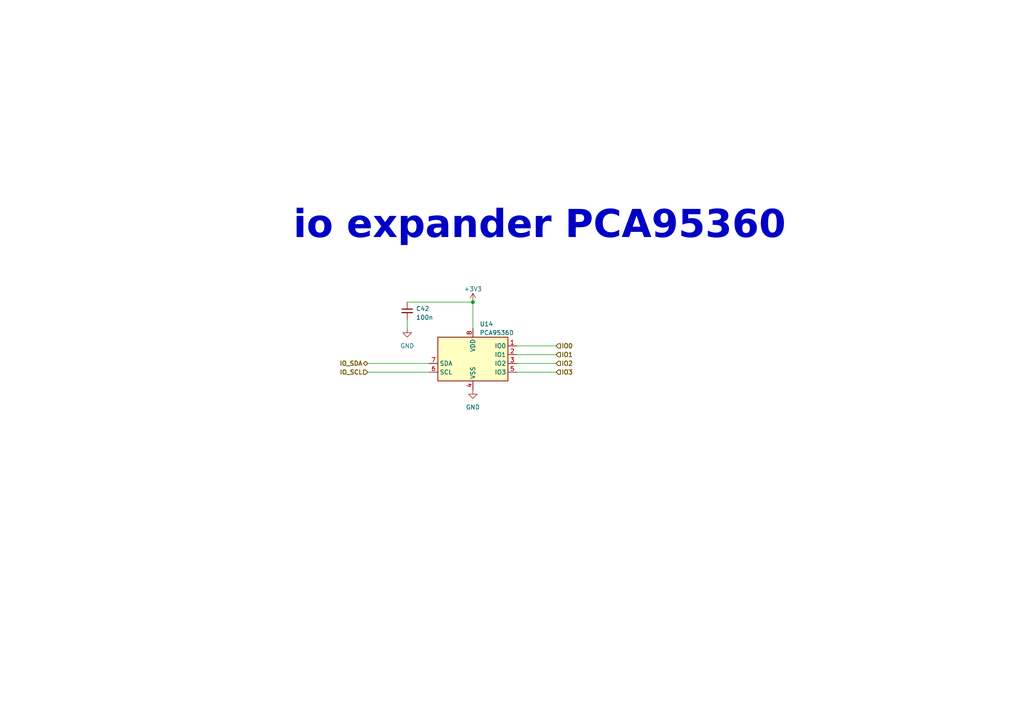
<source format=kicad_sch>
(kicad_sch (version 20230121) (generator eeschema)
  (paper "A4")
  (lib_symbols
    (symbol "Device:C_Small" (pin_numbers hide) (pin_names (offset 0.254) hide)
      (property "Reference" "C" (at 0.254 1.778 0))
      (property "Value" "C_Small" (at 0.254 -2.032 0))
      (symbol "C_Small_0_1"
        (polyline (pts (xy -1.524 -0.508) (xy 1.524 -0.508)) (stroke (width 0.3302)))
        (polyline (pts (xy -1.524 0.508) (xy 1.524 0.508)) (stroke (width 0.3048)))
      )
      (symbol "C_Small_1_1"
        (pin passive line (at 0 2.54 270) (length 2.032) (name "~") (number "1"))
        (pin passive line (at 0 -2.54 90) (length 2.032) (name "~") (number "2"))
      )
    )
    (symbol "Interface_Expansion:PCA9536D"
      (property "Reference" "U" (at -8.89 6.35 0))
      (property "Value" "PCA9536D" (at 6.35 6.35 0))
      (symbol "PCA9536D_0_1"
        (rectangle (start -10.16 5.08) (end 10.16 -7.62) (stroke (width 0.254)) (fill (type background)))
      )
      (symbol "PCA9536D_1_1"
        (pin bidirectional line (at 12.7 2.54 180) (length 2.54) (name "IO0") (number "1"))
        (pin bidirectional line (at 12.7 0 180) (length 2.54) (name "IO1") (number "2"))
        (pin bidirectional line (at 12.7 -2.54 180) (length 2.54) (name "IO2") (number "3"))
        (pin power_in line (at 0 -10.16 90) (length 2.54) (name "VSS") (number "4"))
        (pin bidirectional line (at 12.7 -5.08 180) (length 2.54) (name "IO3") (number "5"))
        (pin input line (at -12.7 -5.08 0) (length 2.54) (name "SCL") (number "6"))
        (pin bidirectional line (at -12.7 -2.54 0) (length 2.54) (name "SDA") (number "7"))
        (pin power_in line (at 0 7.62 270) (length 2.54) (name "VDD") (number "8"))
      )
    )
    (symbol "power:+3V3" (power) (pin_names (offset 0))
      (property "Value" "+3V3" (at 0 3.556 0))
      (symbol "+3V3_0_1"
        (polyline (pts (xy -0.762 1.27) (xy 0 2.54)))
        (polyline (pts (xy 0 0) (xy 0 2.54)))
        (polyline (pts (xy 0 2.54) (xy 0.762 1.27)))
      )
      (symbol "+3V3_1_1"
        (pin power_in line (at 0 0 90) (length 0) hide (name "+3V3") (number "1"))
      )
    )
    (symbol "power:GND" (power) (pin_names (offset 0))
      (property "Value" "GND" (at 0 -3.81 0))
      (symbol "GND_0_1"
        (polyline (pts (xy 0 0) (xy 0 -1.27) (xy 1.27 -1.27) (xy 0 -2.54) (xy -1.27 -1.27) (xy 0 -1.27)))
      )
      (symbol "GND_1_1"
        (pin power_in line (at 0 0 270) (length 0) hide (name "GND") (number "1"))
      )
    )
  )
  (junction (at 137.16 87.63))
  (wire (pts (xy 106.68 107.95) (xy 124.46 107.95)))
  (wire (pts (xy 149.86 102.87) (xy 161.29 102.87)))
  (wire (pts (xy 118.11 92.71) (xy 118.11 95.25)))
  (wire (pts (xy 118.11 87.63) (xy 137.16 87.63)))
  (wire (pts (xy 149.86 107.95) (xy 161.29 107.95)))
  (wire (pts (xy 149.86 105.41) (xy 161.29 105.41)))
  (wire (pts (xy 149.86 100.33) (xy 161.29 100.33)))
  (wire (pts (xy 106.68 105.41) (xy 124.46 105.41)))
  (wire (pts (xy 137.16 87.63) (xy 137.16 95.25)))
  (text "io expander PCA95360" (at 85.09 72.39 0) (effects (font (size 8 8) bold) (justify left bottom)))
  (hierarchical_label "IO3" (shape input) (at 161.29 107.95 0) (effects (font bold)))
  (hierarchical_label "IO_SDA" (shape bidirectional) (at 106.68 105.41 180) (effects (font bold)))
  (hierarchical_label "IO1" (shape input) (at 161.29 102.87 0) (effects (font bold)))
  (hierarchical_label "IO0" (shape input) (at 161.29 100.33 0) (effects (font bold)))
  (hierarchical_label "IO2" (shape input) (at 161.29 105.41 0) (effects (font bold)))
  (hierarchical_label "IO_SCL" (shape input) (at 106.68 107.95 180) (effects (font bold)))
  (symbol (lib_id "power:+3V3") (at 137.16 87.63 0) (unit 1)
    (property "Reference" "#PWR027" (effects hide))
    (property "Value" "+3V3" (at 137.16 83.82 0))
    (instances (project "soil_pal_sensors_only" (path "" (reference "#PWR027") (unit 1))) (project "RpiPico_Agriboard" (path "" (reference "#PWR039") (unit 1))))
  )
  (symbol (lib_id "Device:C_Small") (at 118.11 90.17 0) (unit 1)
    (property "Reference" "C42" (at 120.65 89.5413 0) (effects (justify left)))
    (property "Value" "100n" (at 120.65 92.0813 0) (effects (justify left)))
    (property "Footprint" "Capacitor_SMD:C_0402_1005Metric" (effects hide))
    (instances (project "soil_pal_sensors_only" (path "" (reference "C42") (unit 1))) (project "RpiPico_Agriboard" (path "" (reference "C45") (unit 1))))
  )
  (symbol (lib_id "power:GND") (at 137.16 113.03 0) (unit 1)
    (property "Reference" "#PWR0149" (effects hide))
    (property "Value" "GND" (at 137.16 118.11 0))
    (instances (project "soil_pal_sensors_only" (path "" (reference "#PWR0149") (unit 1))) (project "RpiPico_Agriboard" (path "" (reference "#PWR041") (unit 1))))
  )
  (symbol (lib_id "Interface_Expansion:PCA9536D") (at 137.16 102.87 0) (unit 1)
    (property "Reference" "U14" (at 139.1159 93.98 0) (effects (justify left)))
    (property "Value" "PCA9536D" (at 139.1159 96.52 0) (effects (justify left)))
    (property "Footprint" "Package_SO:SOIC-8_3.9x4.9mm_P1.27mm" (effects hide))
    (property "Datasheet" "http://www.nxp.com/documents/data_sheet/PCA9536.pdf" (effects hide))
    (instances (project "soil_pal_sensors_only" (path "" (reference "U14") (unit 1))) (project "RpiPico_Agriboard" (path "" (reference "U12") (unit 1))))
  )
  (symbol (lib_id "power:GND") (at 118.11 95.25 0) (unit 1)
    (property "Reference" "#PWR0148" (effects hide))
    (property "Value" "GND" (at 118.11 100.33 0))
    (instances (project "soil_pal_sensors_only" (path "" (reference "#PWR0148") (unit 1))) (project "RpiPico_Agriboard" (path "" (reference "#PWR040") (unit 1))))
  )
)
</source>
